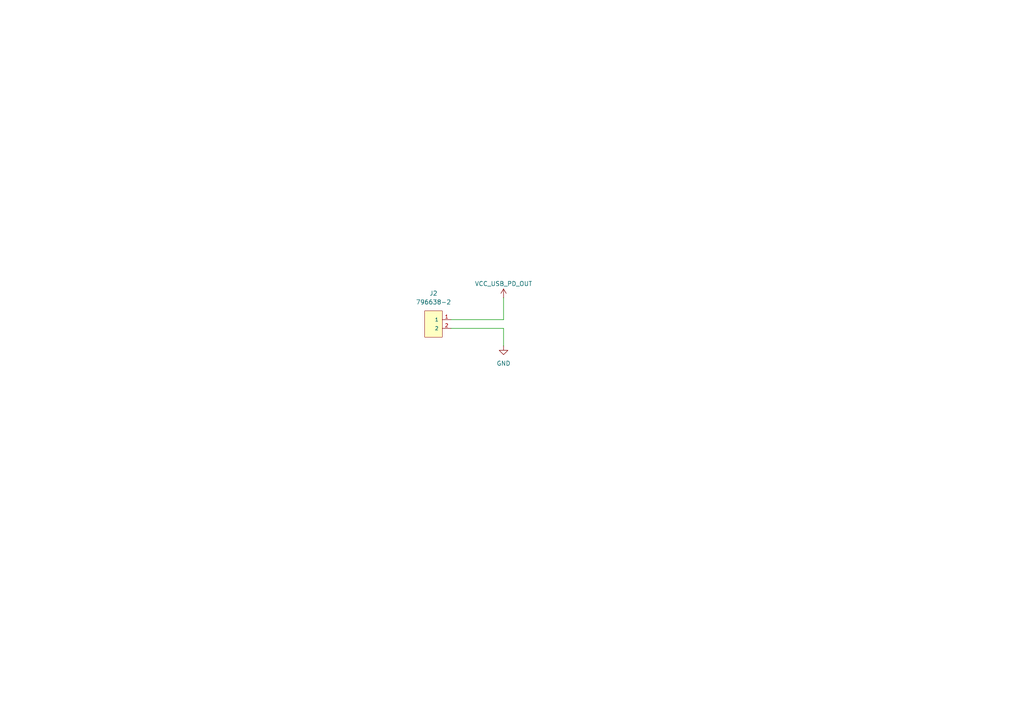
<source format=kicad_sch>
(kicad_sch (version 20250114) (generator "eeschema") (generator_version "9.0")
  (paper "A4")
  (title_block (date "2026-01-22"))
  (lib_symbols
    (symbol "Pixxel_Connectors:796638-2" (pin_names (offset 1.016))
      (property "Reference" "J" (at -1.27 7.62 0))
      (property "Value" "796638-2" (at -5.08 5.08 0))
      (symbol "796638-2_0_0"
        (rectangle (start -2.54 -2.54) (end 2.54 5.08) (stroke (width 0.127)) (fill (type background)))
        (pin passive line (at 5.08 2.54 180) (length 2.54) (name "1") (number "1"))
        (pin passive line (at 5.08 0 180) (length 2.54) (name "2") (number "2"))
      )
    )
    (symbol "power:GND" (power) (pin_numbers (hide yes)) (pin_names (offset 0) (hide yes))
      (property "Value" "GND" (at 0 -3.81 0))
      (symbol "GND_0_1"
        (polyline (pts (xy 0 0) (xy 0 -1.27) (xy 1.27 -1.27) (xy 0 -2.54) (xy -1.27 -1.27) (xy 0 -1.27)))
      )
      (symbol "GND_1_1"
        (pin power_in line (at 0 0 270) (length 0) (name "~") (number "1"))
      )
    )
    (symbol "power:VCC" (power) (pin_numbers (hide yes)) (pin_names (offset 0) (hide yes))
      (property "Value" "VCC" (at 0 3.556 0))
      (symbol "VCC_0_1"
        (polyline (pts (xy -0.762 1.27) (xy 0 2.54)))
        (polyline (pts (xy 0 2.54) (xy 0.762 1.27)))
        (polyline (pts (xy 0 0) (xy 0 2.54)))
      )
      (symbol "VCC_1_1"
        (pin power_in line (at 0 0 90) (length 0) (name "~") (number "1"))
      )
    )
  )
  (wire (pts (xy 130.81 92.71) (xy 146.05 92.71)))
  (wire (pts (xy 146.05 95.25) (xy 146.05 100.33)))
  (wire (pts (xy 146.05 92.71) (xy 146.05 86.36)))
  (wire (pts (xy 130.81 95.25) (xy 146.05 95.25)))
  (symbol (lib_id "power:GND") (at 146.05 100.33 0) (unit 1)
    (property "Reference" "#PWR021" (effects (hide yes)))
    (property "Value" "GND" (at 146.05 105.41 0))
    (property "Description" "Power symbol creates a global label with name \"GND\" , ground" (effects (hide yes)))
  )
  (symbol (lib_id "Pixxel_Connectors:796638-2") (at 125.73 95.25 0) (unit 1)
    (property "Reference" "J2" (at 125.73 85.09 0))
    (property "Value" "796638-2" (at 125.73 87.63 0))
    (property "Footprint" "Pixxel_Connectors:796638-2" (effects (hide yes)))
    (property "Description" "2 Position Terminal Block Header, Male Pins, Shrouded (4 Side) 0.200\" (5.08mm) 90°, Right Angle Through Hole" (effects (hide yes)))
  )
  (symbol (lib_id "power:VCC") (at 146.05 86.36 0) (unit 1)
    (property "Reference" "#PWR020" (effects (hide yes)))
    (property "Value" "VCC_USB_PD_OUT" (at 146.05 82.296 0))
    (property "Description" "Power symbol creates a global label with name \"VCC\"" (effects (hide yes)))
  )
)
</source>
